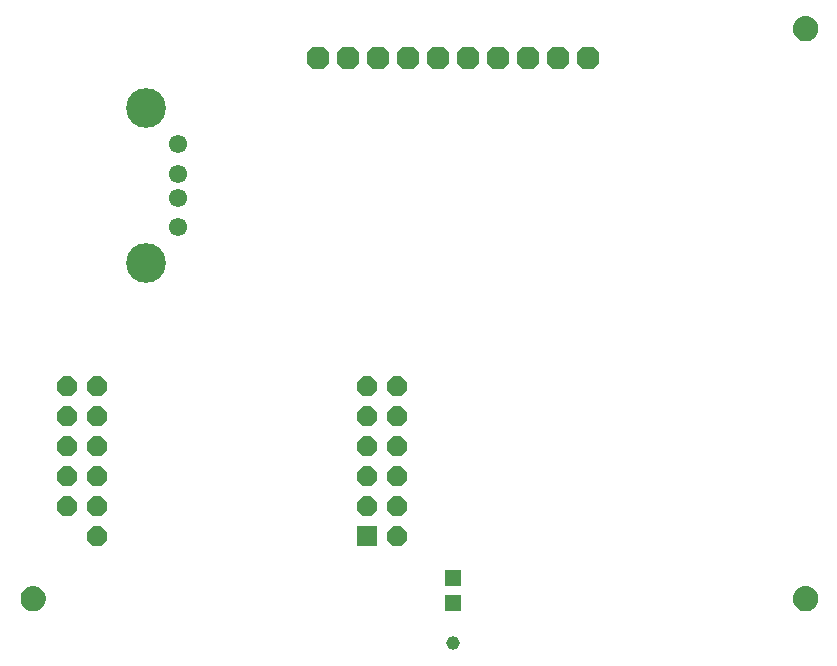
<source format=gbr>
G04 EAGLE Gerber RS-274X export*
G75*
%MOMM*%
%FSLAX34Y34*%
%LPD*%
%INSoldermask Top*%
%IPPOS*%
%AMOC8*
5,1,8,0,0,1.08239X$1,22.5*%
G01*
%ADD10R,1.352400X1.352400*%
%ADD11C,1.152400*%
%ADD12P,2.089446X8X112.500000*%
%ADD13P,1.814519X8X112.500000*%
%ADD14R,1.676400X1.676400*%
%ADD15C,1.552400*%
%ADD16C,3.372400*%
%ADD17C,0.609600*%
%ADD18C,1.168400*%


D10*
X374650Y35900D03*
X374650Y14900D03*
D11*
X374650Y-19050D03*
D12*
X260350Y476250D03*
X285750Y476250D03*
X311150Y476250D03*
X336550Y476250D03*
X361950Y476250D03*
X387350Y476250D03*
X412750Y476250D03*
X438150Y476250D03*
X463550Y476250D03*
X488950Y476250D03*
D13*
X73400Y71800D03*
X48000Y97200D03*
X73400Y97200D03*
X48000Y122600D03*
X73400Y122600D03*
X48000Y148000D03*
X73400Y148000D03*
X48000Y173400D03*
X73400Y173400D03*
X48000Y198800D03*
X73400Y198800D03*
D14*
X302000Y71800D03*
D13*
X327400Y71800D03*
X302000Y97200D03*
X327400Y97200D03*
X302000Y122600D03*
X327400Y122600D03*
X302000Y148000D03*
X327400Y148000D03*
X302000Y173400D03*
X327400Y173400D03*
X302000Y198800D03*
X327400Y198800D03*
D15*
X142600Y333300D03*
X142600Y358300D03*
X142600Y378300D03*
X142600Y403300D03*
D16*
X115499Y302600D03*
X115499Y434000D03*
D17*
X11430Y19050D02*
X11432Y19237D01*
X11439Y19424D01*
X11451Y19611D01*
X11467Y19797D01*
X11487Y19983D01*
X11512Y20168D01*
X11542Y20353D01*
X11576Y20537D01*
X11615Y20720D01*
X11658Y20902D01*
X11706Y21082D01*
X11758Y21262D01*
X11815Y21440D01*
X11875Y21617D01*
X11941Y21792D01*
X12010Y21966D01*
X12084Y22138D01*
X12162Y22308D01*
X12244Y22476D01*
X12330Y22642D01*
X12420Y22806D01*
X12514Y22967D01*
X12612Y23127D01*
X12714Y23283D01*
X12820Y23438D01*
X12930Y23589D01*
X13043Y23738D01*
X13160Y23884D01*
X13280Y24027D01*
X13404Y24167D01*
X13531Y24304D01*
X13662Y24438D01*
X13796Y24569D01*
X13933Y24696D01*
X14073Y24820D01*
X14216Y24940D01*
X14362Y25057D01*
X14511Y25170D01*
X14662Y25280D01*
X14817Y25386D01*
X14973Y25488D01*
X15133Y25586D01*
X15294Y25680D01*
X15458Y25770D01*
X15624Y25856D01*
X15792Y25938D01*
X15962Y26016D01*
X16134Y26090D01*
X16308Y26159D01*
X16483Y26225D01*
X16660Y26285D01*
X16838Y26342D01*
X17018Y26394D01*
X17198Y26442D01*
X17380Y26485D01*
X17563Y26524D01*
X17747Y26558D01*
X17932Y26588D01*
X18117Y26613D01*
X18303Y26633D01*
X18489Y26649D01*
X18676Y26661D01*
X18863Y26668D01*
X19050Y26670D01*
X19237Y26668D01*
X19424Y26661D01*
X19611Y26649D01*
X19797Y26633D01*
X19983Y26613D01*
X20168Y26588D01*
X20353Y26558D01*
X20537Y26524D01*
X20720Y26485D01*
X20902Y26442D01*
X21082Y26394D01*
X21262Y26342D01*
X21440Y26285D01*
X21617Y26225D01*
X21792Y26159D01*
X21966Y26090D01*
X22138Y26016D01*
X22308Y25938D01*
X22476Y25856D01*
X22642Y25770D01*
X22806Y25680D01*
X22967Y25586D01*
X23127Y25488D01*
X23283Y25386D01*
X23438Y25280D01*
X23589Y25170D01*
X23738Y25057D01*
X23884Y24940D01*
X24027Y24820D01*
X24167Y24696D01*
X24304Y24569D01*
X24438Y24438D01*
X24569Y24304D01*
X24696Y24167D01*
X24820Y24027D01*
X24940Y23884D01*
X25057Y23738D01*
X25170Y23589D01*
X25280Y23438D01*
X25386Y23283D01*
X25488Y23127D01*
X25586Y22967D01*
X25680Y22806D01*
X25770Y22642D01*
X25856Y22476D01*
X25938Y22308D01*
X26016Y22138D01*
X26090Y21966D01*
X26159Y21792D01*
X26225Y21617D01*
X26285Y21440D01*
X26342Y21262D01*
X26394Y21082D01*
X26442Y20902D01*
X26485Y20720D01*
X26524Y20537D01*
X26558Y20353D01*
X26588Y20168D01*
X26613Y19983D01*
X26633Y19797D01*
X26649Y19611D01*
X26661Y19424D01*
X26668Y19237D01*
X26670Y19050D01*
X26668Y18863D01*
X26661Y18676D01*
X26649Y18489D01*
X26633Y18303D01*
X26613Y18117D01*
X26588Y17932D01*
X26558Y17747D01*
X26524Y17563D01*
X26485Y17380D01*
X26442Y17198D01*
X26394Y17018D01*
X26342Y16838D01*
X26285Y16660D01*
X26225Y16483D01*
X26159Y16308D01*
X26090Y16134D01*
X26016Y15962D01*
X25938Y15792D01*
X25856Y15624D01*
X25770Y15458D01*
X25680Y15294D01*
X25586Y15133D01*
X25488Y14973D01*
X25386Y14817D01*
X25280Y14662D01*
X25170Y14511D01*
X25057Y14362D01*
X24940Y14216D01*
X24820Y14073D01*
X24696Y13933D01*
X24569Y13796D01*
X24438Y13662D01*
X24304Y13531D01*
X24167Y13404D01*
X24027Y13280D01*
X23884Y13160D01*
X23738Y13043D01*
X23589Y12930D01*
X23438Y12820D01*
X23283Y12714D01*
X23127Y12612D01*
X22967Y12514D01*
X22806Y12420D01*
X22642Y12330D01*
X22476Y12244D01*
X22308Y12162D01*
X22138Y12084D01*
X21966Y12010D01*
X21792Y11941D01*
X21617Y11875D01*
X21440Y11815D01*
X21262Y11758D01*
X21082Y11706D01*
X20902Y11658D01*
X20720Y11615D01*
X20537Y11576D01*
X20353Y11542D01*
X20168Y11512D01*
X19983Y11487D01*
X19797Y11467D01*
X19611Y11451D01*
X19424Y11439D01*
X19237Y11432D01*
X19050Y11430D01*
X18863Y11432D01*
X18676Y11439D01*
X18489Y11451D01*
X18303Y11467D01*
X18117Y11487D01*
X17932Y11512D01*
X17747Y11542D01*
X17563Y11576D01*
X17380Y11615D01*
X17198Y11658D01*
X17018Y11706D01*
X16838Y11758D01*
X16660Y11815D01*
X16483Y11875D01*
X16308Y11941D01*
X16134Y12010D01*
X15962Y12084D01*
X15792Y12162D01*
X15624Y12244D01*
X15458Y12330D01*
X15294Y12420D01*
X15133Y12514D01*
X14973Y12612D01*
X14817Y12714D01*
X14662Y12820D01*
X14511Y12930D01*
X14362Y13043D01*
X14216Y13160D01*
X14073Y13280D01*
X13933Y13404D01*
X13796Y13531D01*
X13662Y13662D01*
X13531Y13796D01*
X13404Y13933D01*
X13280Y14073D01*
X13160Y14216D01*
X13043Y14362D01*
X12930Y14511D01*
X12820Y14662D01*
X12714Y14817D01*
X12612Y14973D01*
X12514Y15133D01*
X12420Y15294D01*
X12330Y15458D01*
X12244Y15624D01*
X12162Y15792D01*
X12084Y15962D01*
X12010Y16134D01*
X11941Y16308D01*
X11875Y16483D01*
X11815Y16660D01*
X11758Y16838D01*
X11706Y17018D01*
X11658Y17198D01*
X11615Y17380D01*
X11576Y17563D01*
X11542Y17747D01*
X11512Y17932D01*
X11487Y18117D01*
X11467Y18303D01*
X11451Y18489D01*
X11439Y18676D01*
X11432Y18863D01*
X11430Y19050D01*
D18*
X19050Y19050D03*
D17*
X665480Y19050D02*
X665482Y19237D01*
X665489Y19424D01*
X665501Y19611D01*
X665517Y19797D01*
X665537Y19983D01*
X665562Y20168D01*
X665592Y20353D01*
X665626Y20537D01*
X665665Y20720D01*
X665708Y20902D01*
X665756Y21082D01*
X665808Y21262D01*
X665865Y21440D01*
X665925Y21617D01*
X665991Y21792D01*
X666060Y21966D01*
X666134Y22138D01*
X666212Y22308D01*
X666294Y22476D01*
X666380Y22642D01*
X666470Y22806D01*
X666564Y22967D01*
X666662Y23127D01*
X666764Y23283D01*
X666870Y23438D01*
X666980Y23589D01*
X667093Y23738D01*
X667210Y23884D01*
X667330Y24027D01*
X667454Y24167D01*
X667581Y24304D01*
X667712Y24438D01*
X667846Y24569D01*
X667983Y24696D01*
X668123Y24820D01*
X668266Y24940D01*
X668412Y25057D01*
X668561Y25170D01*
X668712Y25280D01*
X668867Y25386D01*
X669023Y25488D01*
X669183Y25586D01*
X669344Y25680D01*
X669508Y25770D01*
X669674Y25856D01*
X669842Y25938D01*
X670012Y26016D01*
X670184Y26090D01*
X670358Y26159D01*
X670533Y26225D01*
X670710Y26285D01*
X670888Y26342D01*
X671068Y26394D01*
X671248Y26442D01*
X671430Y26485D01*
X671613Y26524D01*
X671797Y26558D01*
X671982Y26588D01*
X672167Y26613D01*
X672353Y26633D01*
X672539Y26649D01*
X672726Y26661D01*
X672913Y26668D01*
X673100Y26670D01*
X673287Y26668D01*
X673474Y26661D01*
X673661Y26649D01*
X673847Y26633D01*
X674033Y26613D01*
X674218Y26588D01*
X674403Y26558D01*
X674587Y26524D01*
X674770Y26485D01*
X674952Y26442D01*
X675132Y26394D01*
X675312Y26342D01*
X675490Y26285D01*
X675667Y26225D01*
X675842Y26159D01*
X676016Y26090D01*
X676188Y26016D01*
X676358Y25938D01*
X676526Y25856D01*
X676692Y25770D01*
X676856Y25680D01*
X677017Y25586D01*
X677177Y25488D01*
X677333Y25386D01*
X677488Y25280D01*
X677639Y25170D01*
X677788Y25057D01*
X677934Y24940D01*
X678077Y24820D01*
X678217Y24696D01*
X678354Y24569D01*
X678488Y24438D01*
X678619Y24304D01*
X678746Y24167D01*
X678870Y24027D01*
X678990Y23884D01*
X679107Y23738D01*
X679220Y23589D01*
X679330Y23438D01*
X679436Y23283D01*
X679538Y23127D01*
X679636Y22967D01*
X679730Y22806D01*
X679820Y22642D01*
X679906Y22476D01*
X679988Y22308D01*
X680066Y22138D01*
X680140Y21966D01*
X680209Y21792D01*
X680275Y21617D01*
X680335Y21440D01*
X680392Y21262D01*
X680444Y21082D01*
X680492Y20902D01*
X680535Y20720D01*
X680574Y20537D01*
X680608Y20353D01*
X680638Y20168D01*
X680663Y19983D01*
X680683Y19797D01*
X680699Y19611D01*
X680711Y19424D01*
X680718Y19237D01*
X680720Y19050D01*
X680718Y18863D01*
X680711Y18676D01*
X680699Y18489D01*
X680683Y18303D01*
X680663Y18117D01*
X680638Y17932D01*
X680608Y17747D01*
X680574Y17563D01*
X680535Y17380D01*
X680492Y17198D01*
X680444Y17018D01*
X680392Y16838D01*
X680335Y16660D01*
X680275Y16483D01*
X680209Y16308D01*
X680140Y16134D01*
X680066Y15962D01*
X679988Y15792D01*
X679906Y15624D01*
X679820Y15458D01*
X679730Y15294D01*
X679636Y15133D01*
X679538Y14973D01*
X679436Y14817D01*
X679330Y14662D01*
X679220Y14511D01*
X679107Y14362D01*
X678990Y14216D01*
X678870Y14073D01*
X678746Y13933D01*
X678619Y13796D01*
X678488Y13662D01*
X678354Y13531D01*
X678217Y13404D01*
X678077Y13280D01*
X677934Y13160D01*
X677788Y13043D01*
X677639Y12930D01*
X677488Y12820D01*
X677333Y12714D01*
X677177Y12612D01*
X677017Y12514D01*
X676856Y12420D01*
X676692Y12330D01*
X676526Y12244D01*
X676358Y12162D01*
X676188Y12084D01*
X676016Y12010D01*
X675842Y11941D01*
X675667Y11875D01*
X675490Y11815D01*
X675312Y11758D01*
X675132Y11706D01*
X674952Y11658D01*
X674770Y11615D01*
X674587Y11576D01*
X674403Y11542D01*
X674218Y11512D01*
X674033Y11487D01*
X673847Y11467D01*
X673661Y11451D01*
X673474Y11439D01*
X673287Y11432D01*
X673100Y11430D01*
X672913Y11432D01*
X672726Y11439D01*
X672539Y11451D01*
X672353Y11467D01*
X672167Y11487D01*
X671982Y11512D01*
X671797Y11542D01*
X671613Y11576D01*
X671430Y11615D01*
X671248Y11658D01*
X671068Y11706D01*
X670888Y11758D01*
X670710Y11815D01*
X670533Y11875D01*
X670358Y11941D01*
X670184Y12010D01*
X670012Y12084D01*
X669842Y12162D01*
X669674Y12244D01*
X669508Y12330D01*
X669344Y12420D01*
X669183Y12514D01*
X669023Y12612D01*
X668867Y12714D01*
X668712Y12820D01*
X668561Y12930D01*
X668412Y13043D01*
X668266Y13160D01*
X668123Y13280D01*
X667983Y13404D01*
X667846Y13531D01*
X667712Y13662D01*
X667581Y13796D01*
X667454Y13933D01*
X667330Y14073D01*
X667210Y14216D01*
X667093Y14362D01*
X666980Y14511D01*
X666870Y14662D01*
X666764Y14817D01*
X666662Y14973D01*
X666564Y15133D01*
X666470Y15294D01*
X666380Y15458D01*
X666294Y15624D01*
X666212Y15792D01*
X666134Y15962D01*
X666060Y16134D01*
X665991Y16308D01*
X665925Y16483D01*
X665865Y16660D01*
X665808Y16838D01*
X665756Y17018D01*
X665708Y17198D01*
X665665Y17380D01*
X665626Y17563D01*
X665592Y17747D01*
X665562Y17932D01*
X665537Y18117D01*
X665517Y18303D01*
X665501Y18489D01*
X665489Y18676D01*
X665482Y18863D01*
X665480Y19050D01*
D18*
X673100Y19050D03*
D17*
X665480Y501650D02*
X665482Y501837D01*
X665489Y502024D01*
X665501Y502211D01*
X665517Y502397D01*
X665537Y502583D01*
X665562Y502768D01*
X665592Y502953D01*
X665626Y503137D01*
X665665Y503320D01*
X665708Y503502D01*
X665756Y503682D01*
X665808Y503862D01*
X665865Y504040D01*
X665925Y504217D01*
X665991Y504392D01*
X666060Y504566D01*
X666134Y504738D01*
X666212Y504908D01*
X666294Y505076D01*
X666380Y505242D01*
X666470Y505406D01*
X666564Y505567D01*
X666662Y505727D01*
X666764Y505883D01*
X666870Y506038D01*
X666980Y506189D01*
X667093Y506338D01*
X667210Y506484D01*
X667330Y506627D01*
X667454Y506767D01*
X667581Y506904D01*
X667712Y507038D01*
X667846Y507169D01*
X667983Y507296D01*
X668123Y507420D01*
X668266Y507540D01*
X668412Y507657D01*
X668561Y507770D01*
X668712Y507880D01*
X668867Y507986D01*
X669023Y508088D01*
X669183Y508186D01*
X669344Y508280D01*
X669508Y508370D01*
X669674Y508456D01*
X669842Y508538D01*
X670012Y508616D01*
X670184Y508690D01*
X670358Y508759D01*
X670533Y508825D01*
X670710Y508885D01*
X670888Y508942D01*
X671068Y508994D01*
X671248Y509042D01*
X671430Y509085D01*
X671613Y509124D01*
X671797Y509158D01*
X671982Y509188D01*
X672167Y509213D01*
X672353Y509233D01*
X672539Y509249D01*
X672726Y509261D01*
X672913Y509268D01*
X673100Y509270D01*
X673287Y509268D01*
X673474Y509261D01*
X673661Y509249D01*
X673847Y509233D01*
X674033Y509213D01*
X674218Y509188D01*
X674403Y509158D01*
X674587Y509124D01*
X674770Y509085D01*
X674952Y509042D01*
X675132Y508994D01*
X675312Y508942D01*
X675490Y508885D01*
X675667Y508825D01*
X675842Y508759D01*
X676016Y508690D01*
X676188Y508616D01*
X676358Y508538D01*
X676526Y508456D01*
X676692Y508370D01*
X676856Y508280D01*
X677017Y508186D01*
X677177Y508088D01*
X677333Y507986D01*
X677488Y507880D01*
X677639Y507770D01*
X677788Y507657D01*
X677934Y507540D01*
X678077Y507420D01*
X678217Y507296D01*
X678354Y507169D01*
X678488Y507038D01*
X678619Y506904D01*
X678746Y506767D01*
X678870Y506627D01*
X678990Y506484D01*
X679107Y506338D01*
X679220Y506189D01*
X679330Y506038D01*
X679436Y505883D01*
X679538Y505727D01*
X679636Y505567D01*
X679730Y505406D01*
X679820Y505242D01*
X679906Y505076D01*
X679988Y504908D01*
X680066Y504738D01*
X680140Y504566D01*
X680209Y504392D01*
X680275Y504217D01*
X680335Y504040D01*
X680392Y503862D01*
X680444Y503682D01*
X680492Y503502D01*
X680535Y503320D01*
X680574Y503137D01*
X680608Y502953D01*
X680638Y502768D01*
X680663Y502583D01*
X680683Y502397D01*
X680699Y502211D01*
X680711Y502024D01*
X680718Y501837D01*
X680720Y501650D01*
X680718Y501463D01*
X680711Y501276D01*
X680699Y501089D01*
X680683Y500903D01*
X680663Y500717D01*
X680638Y500532D01*
X680608Y500347D01*
X680574Y500163D01*
X680535Y499980D01*
X680492Y499798D01*
X680444Y499618D01*
X680392Y499438D01*
X680335Y499260D01*
X680275Y499083D01*
X680209Y498908D01*
X680140Y498734D01*
X680066Y498562D01*
X679988Y498392D01*
X679906Y498224D01*
X679820Y498058D01*
X679730Y497894D01*
X679636Y497733D01*
X679538Y497573D01*
X679436Y497417D01*
X679330Y497262D01*
X679220Y497111D01*
X679107Y496962D01*
X678990Y496816D01*
X678870Y496673D01*
X678746Y496533D01*
X678619Y496396D01*
X678488Y496262D01*
X678354Y496131D01*
X678217Y496004D01*
X678077Y495880D01*
X677934Y495760D01*
X677788Y495643D01*
X677639Y495530D01*
X677488Y495420D01*
X677333Y495314D01*
X677177Y495212D01*
X677017Y495114D01*
X676856Y495020D01*
X676692Y494930D01*
X676526Y494844D01*
X676358Y494762D01*
X676188Y494684D01*
X676016Y494610D01*
X675842Y494541D01*
X675667Y494475D01*
X675490Y494415D01*
X675312Y494358D01*
X675132Y494306D01*
X674952Y494258D01*
X674770Y494215D01*
X674587Y494176D01*
X674403Y494142D01*
X674218Y494112D01*
X674033Y494087D01*
X673847Y494067D01*
X673661Y494051D01*
X673474Y494039D01*
X673287Y494032D01*
X673100Y494030D01*
X672913Y494032D01*
X672726Y494039D01*
X672539Y494051D01*
X672353Y494067D01*
X672167Y494087D01*
X671982Y494112D01*
X671797Y494142D01*
X671613Y494176D01*
X671430Y494215D01*
X671248Y494258D01*
X671068Y494306D01*
X670888Y494358D01*
X670710Y494415D01*
X670533Y494475D01*
X670358Y494541D01*
X670184Y494610D01*
X670012Y494684D01*
X669842Y494762D01*
X669674Y494844D01*
X669508Y494930D01*
X669344Y495020D01*
X669183Y495114D01*
X669023Y495212D01*
X668867Y495314D01*
X668712Y495420D01*
X668561Y495530D01*
X668412Y495643D01*
X668266Y495760D01*
X668123Y495880D01*
X667983Y496004D01*
X667846Y496131D01*
X667712Y496262D01*
X667581Y496396D01*
X667454Y496533D01*
X667330Y496673D01*
X667210Y496816D01*
X667093Y496962D01*
X666980Y497111D01*
X666870Y497262D01*
X666764Y497417D01*
X666662Y497573D01*
X666564Y497733D01*
X666470Y497894D01*
X666380Y498058D01*
X666294Y498224D01*
X666212Y498392D01*
X666134Y498562D01*
X666060Y498734D01*
X665991Y498908D01*
X665925Y499083D01*
X665865Y499260D01*
X665808Y499438D01*
X665756Y499618D01*
X665708Y499798D01*
X665665Y499980D01*
X665626Y500163D01*
X665592Y500347D01*
X665562Y500532D01*
X665537Y500717D01*
X665517Y500903D01*
X665501Y501089D01*
X665489Y501276D01*
X665482Y501463D01*
X665480Y501650D01*
D18*
X673100Y501650D03*
D17*
X11430Y19050D02*
X11432Y19237D01*
X11439Y19424D01*
X11451Y19611D01*
X11467Y19797D01*
X11487Y19983D01*
X11512Y20168D01*
X11542Y20353D01*
X11576Y20537D01*
X11615Y20720D01*
X11658Y20902D01*
X11706Y21082D01*
X11758Y21262D01*
X11815Y21440D01*
X11875Y21617D01*
X11941Y21792D01*
X12010Y21966D01*
X12084Y22138D01*
X12162Y22308D01*
X12244Y22476D01*
X12330Y22642D01*
X12420Y22806D01*
X12514Y22967D01*
X12612Y23127D01*
X12714Y23283D01*
X12820Y23438D01*
X12930Y23589D01*
X13043Y23738D01*
X13160Y23884D01*
X13280Y24027D01*
X13404Y24167D01*
X13531Y24304D01*
X13662Y24438D01*
X13796Y24569D01*
X13933Y24696D01*
X14073Y24820D01*
X14216Y24940D01*
X14362Y25057D01*
X14511Y25170D01*
X14662Y25280D01*
X14817Y25386D01*
X14973Y25488D01*
X15133Y25586D01*
X15294Y25680D01*
X15458Y25770D01*
X15624Y25856D01*
X15792Y25938D01*
X15962Y26016D01*
X16134Y26090D01*
X16308Y26159D01*
X16483Y26225D01*
X16660Y26285D01*
X16838Y26342D01*
X17018Y26394D01*
X17198Y26442D01*
X17380Y26485D01*
X17563Y26524D01*
X17747Y26558D01*
X17932Y26588D01*
X18117Y26613D01*
X18303Y26633D01*
X18489Y26649D01*
X18676Y26661D01*
X18863Y26668D01*
X19050Y26670D01*
X19237Y26668D01*
X19424Y26661D01*
X19611Y26649D01*
X19797Y26633D01*
X19983Y26613D01*
X20168Y26588D01*
X20353Y26558D01*
X20537Y26524D01*
X20720Y26485D01*
X20902Y26442D01*
X21082Y26394D01*
X21262Y26342D01*
X21440Y26285D01*
X21617Y26225D01*
X21792Y26159D01*
X21966Y26090D01*
X22138Y26016D01*
X22308Y25938D01*
X22476Y25856D01*
X22642Y25770D01*
X22806Y25680D01*
X22967Y25586D01*
X23127Y25488D01*
X23283Y25386D01*
X23438Y25280D01*
X23589Y25170D01*
X23738Y25057D01*
X23884Y24940D01*
X24027Y24820D01*
X24167Y24696D01*
X24304Y24569D01*
X24438Y24438D01*
X24569Y24304D01*
X24696Y24167D01*
X24820Y24027D01*
X24940Y23884D01*
X25057Y23738D01*
X25170Y23589D01*
X25280Y23438D01*
X25386Y23283D01*
X25488Y23127D01*
X25586Y22967D01*
X25680Y22806D01*
X25770Y22642D01*
X25856Y22476D01*
X25938Y22308D01*
X26016Y22138D01*
X26090Y21966D01*
X26159Y21792D01*
X26225Y21617D01*
X26285Y21440D01*
X26342Y21262D01*
X26394Y21082D01*
X26442Y20902D01*
X26485Y20720D01*
X26524Y20537D01*
X26558Y20353D01*
X26588Y20168D01*
X26613Y19983D01*
X26633Y19797D01*
X26649Y19611D01*
X26661Y19424D01*
X26668Y19237D01*
X26670Y19050D01*
X26668Y18863D01*
X26661Y18676D01*
X26649Y18489D01*
X26633Y18303D01*
X26613Y18117D01*
X26588Y17932D01*
X26558Y17747D01*
X26524Y17563D01*
X26485Y17380D01*
X26442Y17198D01*
X26394Y17018D01*
X26342Y16838D01*
X26285Y16660D01*
X26225Y16483D01*
X26159Y16308D01*
X26090Y16134D01*
X26016Y15962D01*
X25938Y15792D01*
X25856Y15624D01*
X25770Y15458D01*
X25680Y15294D01*
X25586Y15133D01*
X25488Y14973D01*
X25386Y14817D01*
X25280Y14662D01*
X25170Y14511D01*
X25057Y14362D01*
X24940Y14216D01*
X24820Y14073D01*
X24696Y13933D01*
X24569Y13796D01*
X24438Y13662D01*
X24304Y13531D01*
X24167Y13404D01*
X24027Y13280D01*
X23884Y13160D01*
X23738Y13043D01*
X23589Y12930D01*
X23438Y12820D01*
X23283Y12714D01*
X23127Y12612D01*
X22967Y12514D01*
X22806Y12420D01*
X22642Y12330D01*
X22476Y12244D01*
X22308Y12162D01*
X22138Y12084D01*
X21966Y12010D01*
X21792Y11941D01*
X21617Y11875D01*
X21440Y11815D01*
X21262Y11758D01*
X21082Y11706D01*
X20902Y11658D01*
X20720Y11615D01*
X20537Y11576D01*
X20353Y11542D01*
X20168Y11512D01*
X19983Y11487D01*
X19797Y11467D01*
X19611Y11451D01*
X19424Y11439D01*
X19237Y11432D01*
X19050Y11430D01*
X18863Y11432D01*
X18676Y11439D01*
X18489Y11451D01*
X18303Y11467D01*
X18117Y11487D01*
X17932Y11512D01*
X17747Y11542D01*
X17563Y11576D01*
X17380Y11615D01*
X17198Y11658D01*
X17018Y11706D01*
X16838Y11758D01*
X16660Y11815D01*
X16483Y11875D01*
X16308Y11941D01*
X16134Y12010D01*
X15962Y12084D01*
X15792Y12162D01*
X15624Y12244D01*
X15458Y12330D01*
X15294Y12420D01*
X15133Y12514D01*
X14973Y12612D01*
X14817Y12714D01*
X14662Y12820D01*
X14511Y12930D01*
X14362Y13043D01*
X14216Y13160D01*
X14073Y13280D01*
X13933Y13404D01*
X13796Y13531D01*
X13662Y13662D01*
X13531Y13796D01*
X13404Y13933D01*
X13280Y14073D01*
X13160Y14216D01*
X13043Y14362D01*
X12930Y14511D01*
X12820Y14662D01*
X12714Y14817D01*
X12612Y14973D01*
X12514Y15133D01*
X12420Y15294D01*
X12330Y15458D01*
X12244Y15624D01*
X12162Y15792D01*
X12084Y15962D01*
X12010Y16134D01*
X11941Y16308D01*
X11875Y16483D01*
X11815Y16660D01*
X11758Y16838D01*
X11706Y17018D01*
X11658Y17198D01*
X11615Y17380D01*
X11576Y17563D01*
X11542Y17747D01*
X11512Y17932D01*
X11487Y18117D01*
X11467Y18303D01*
X11451Y18489D01*
X11439Y18676D01*
X11432Y18863D01*
X11430Y19050D01*
D18*
X19050Y19050D03*
D17*
X665480Y19050D02*
X665482Y19237D01*
X665489Y19424D01*
X665501Y19611D01*
X665517Y19797D01*
X665537Y19983D01*
X665562Y20168D01*
X665592Y20353D01*
X665626Y20537D01*
X665665Y20720D01*
X665708Y20902D01*
X665756Y21082D01*
X665808Y21262D01*
X665865Y21440D01*
X665925Y21617D01*
X665991Y21792D01*
X666060Y21966D01*
X666134Y22138D01*
X666212Y22308D01*
X666294Y22476D01*
X666380Y22642D01*
X666470Y22806D01*
X666564Y22967D01*
X666662Y23127D01*
X666764Y23283D01*
X666870Y23438D01*
X666980Y23589D01*
X667093Y23738D01*
X667210Y23884D01*
X667330Y24027D01*
X667454Y24167D01*
X667581Y24304D01*
X667712Y24438D01*
X667846Y24569D01*
X667983Y24696D01*
X668123Y24820D01*
X668266Y24940D01*
X668412Y25057D01*
X668561Y25170D01*
X668712Y25280D01*
X668867Y25386D01*
X669023Y25488D01*
X669183Y25586D01*
X669344Y25680D01*
X669508Y25770D01*
X669674Y25856D01*
X669842Y25938D01*
X670012Y26016D01*
X670184Y26090D01*
X670358Y26159D01*
X670533Y26225D01*
X670710Y26285D01*
X670888Y26342D01*
X671068Y26394D01*
X671248Y26442D01*
X671430Y26485D01*
X671613Y26524D01*
X671797Y26558D01*
X671982Y26588D01*
X672167Y26613D01*
X672353Y26633D01*
X672539Y26649D01*
X672726Y26661D01*
X672913Y26668D01*
X673100Y26670D01*
X673287Y26668D01*
X673474Y26661D01*
X673661Y26649D01*
X673847Y26633D01*
X674033Y26613D01*
X674218Y26588D01*
X674403Y26558D01*
X674587Y26524D01*
X674770Y26485D01*
X674952Y26442D01*
X675132Y26394D01*
X675312Y26342D01*
X675490Y26285D01*
X675667Y26225D01*
X675842Y26159D01*
X676016Y26090D01*
X676188Y26016D01*
X676358Y25938D01*
X676526Y25856D01*
X676692Y25770D01*
X676856Y25680D01*
X677017Y25586D01*
X677177Y25488D01*
X677333Y25386D01*
X677488Y25280D01*
X677639Y25170D01*
X677788Y25057D01*
X677934Y24940D01*
X678077Y24820D01*
X678217Y24696D01*
X678354Y24569D01*
X678488Y24438D01*
X678619Y24304D01*
X678746Y24167D01*
X678870Y24027D01*
X678990Y23884D01*
X679107Y23738D01*
X679220Y23589D01*
X679330Y23438D01*
X679436Y23283D01*
X679538Y23127D01*
X679636Y22967D01*
X679730Y22806D01*
X679820Y22642D01*
X679906Y22476D01*
X679988Y22308D01*
X680066Y22138D01*
X680140Y21966D01*
X680209Y21792D01*
X680275Y21617D01*
X680335Y21440D01*
X680392Y21262D01*
X680444Y21082D01*
X680492Y20902D01*
X680535Y20720D01*
X680574Y20537D01*
X680608Y20353D01*
X680638Y20168D01*
X680663Y19983D01*
X680683Y19797D01*
X680699Y19611D01*
X680711Y19424D01*
X680718Y19237D01*
X680720Y19050D01*
X680718Y18863D01*
X680711Y18676D01*
X680699Y18489D01*
X680683Y18303D01*
X680663Y18117D01*
X680638Y17932D01*
X680608Y17747D01*
X680574Y17563D01*
X680535Y17380D01*
X680492Y17198D01*
X680444Y17018D01*
X680392Y16838D01*
X680335Y16660D01*
X680275Y16483D01*
X680209Y16308D01*
X680140Y16134D01*
X680066Y15962D01*
X679988Y15792D01*
X679906Y15624D01*
X679820Y15458D01*
X679730Y15294D01*
X679636Y15133D01*
X679538Y14973D01*
X679436Y14817D01*
X679330Y14662D01*
X679220Y14511D01*
X679107Y14362D01*
X678990Y14216D01*
X678870Y14073D01*
X678746Y13933D01*
X678619Y13796D01*
X678488Y13662D01*
X678354Y13531D01*
X678217Y13404D01*
X678077Y13280D01*
X677934Y13160D01*
X677788Y13043D01*
X677639Y12930D01*
X677488Y12820D01*
X677333Y12714D01*
X677177Y12612D01*
X677017Y12514D01*
X676856Y12420D01*
X676692Y12330D01*
X676526Y12244D01*
X676358Y12162D01*
X676188Y12084D01*
X676016Y12010D01*
X675842Y11941D01*
X675667Y11875D01*
X675490Y11815D01*
X675312Y11758D01*
X675132Y11706D01*
X674952Y11658D01*
X674770Y11615D01*
X674587Y11576D01*
X674403Y11542D01*
X674218Y11512D01*
X674033Y11487D01*
X673847Y11467D01*
X673661Y11451D01*
X673474Y11439D01*
X673287Y11432D01*
X673100Y11430D01*
X672913Y11432D01*
X672726Y11439D01*
X672539Y11451D01*
X672353Y11467D01*
X672167Y11487D01*
X671982Y11512D01*
X671797Y11542D01*
X671613Y11576D01*
X671430Y11615D01*
X671248Y11658D01*
X671068Y11706D01*
X670888Y11758D01*
X670710Y11815D01*
X670533Y11875D01*
X670358Y11941D01*
X670184Y12010D01*
X670012Y12084D01*
X669842Y12162D01*
X669674Y12244D01*
X669508Y12330D01*
X669344Y12420D01*
X669183Y12514D01*
X669023Y12612D01*
X668867Y12714D01*
X668712Y12820D01*
X668561Y12930D01*
X668412Y13043D01*
X668266Y13160D01*
X668123Y13280D01*
X667983Y13404D01*
X667846Y13531D01*
X667712Y13662D01*
X667581Y13796D01*
X667454Y13933D01*
X667330Y14073D01*
X667210Y14216D01*
X667093Y14362D01*
X666980Y14511D01*
X666870Y14662D01*
X666764Y14817D01*
X666662Y14973D01*
X666564Y15133D01*
X666470Y15294D01*
X666380Y15458D01*
X666294Y15624D01*
X666212Y15792D01*
X666134Y15962D01*
X666060Y16134D01*
X665991Y16308D01*
X665925Y16483D01*
X665865Y16660D01*
X665808Y16838D01*
X665756Y17018D01*
X665708Y17198D01*
X665665Y17380D01*
X665626Y17563D01*
X665592Y17747D01*
X665562Y17932D01*
X665537Y18117D01*
X665517Y18303D01*
X665501Y18489D01*
X665489Y18676D01*
X665482Y18863D01*
X665480Y19050D01*
D18*
X673100Y19050D03*
D17*
X665480Y501650D02*
X665482Y501837D01*
X665489Y502024D01*
X665501Y502211D01*
X665517Y502397D01*
X665537Y502583D01*
X665562Y502768D01*
X665592Y502953D01*
X665626Y503137D01*
X665665Y503320D01*
X665708Y503502D01*
X665756Y503682D01*
X665808Y503862D01*
X665865Y504040D01*
X665925Y504217D01*
X665991Y504392D01*
X666060Y504566D01*
X666134Y504738D01*
X666212Y504908D01*
X666294Y505076D01*
X666380Y505242D01*
X666470Y505406D01*
X666564Y505567D01*
X666662Y505727D01*
X666764Y505883D01*
X666870Y506038D01*
X666980Y506189D01*
X667093Y506338D01*
X667210Y506484D01*
X667330Y506627D01*
X667454Y506767D01*
X667581Y506904D01*
X667712Y507038D01*
X667846Y507169D01*
X667983Y507296D01*
X668123Y507420D01*
X668266Y507540D01*
X668412Y507657D01*
X668561Y507770D01*
X668712Y507880D01*
X668867Y507986D01*
X669023Y508088D01*
X669183Y508186D01*
X669344Y508280D01*
X669508Y508370D01*
X669674Y508456D01*
X669842Y508538D01*
X670012Y508616D01*
X670184Y508690D01*
X670358Y508759D01*
X670533Y508825D01*
X670710Y508885D01*
X670888Y508942D01*
X671068Y508994D01*
X671248Y509042D01*
X671430Y509085D01*
X671613Y509124D01*
X671797Y509158D01*
X671982Y509188D01*
X672167Y509213D01*
X672353Y509233D01*
X672539Y509249D01*
X672726Y509261D01*
X672913Y509268D01*
X673100Y509270D01*
X673287Y509268D01*
X673474Y509261D01*
X673661Y509249D01*
X673847Y509233D01*
X674033Y509213D01*
X674218Y509188D01*
X674403Y509158D01*
X674587Y509124D01*
X674770Y509085D01*
X674952Y509042D01*
X675132Y508994D01*
X675312Y508942D01*
X675490Y508885D01*
X675667Y508825D01*
X675842Y508759D01*
X676016Y508690D01*
X676188Y508616D01*
X676358Y508538D01*
X676526Y508456D01*
X676692Y508370D01*
X676856Y508280D01*
X677017Y508186D01*
X677177Y508088D01*
X677333Y507986D01*
X677488Y507880D01*
X677639Y507770D01*
X677788Y507657D01*
X677934Y507540D01*
X678077Y507420D01*
X678217Y507296D01*
X678354Y507169D01*
X678488Y507038D01*
X678619Y506904D01*
X678746Y506767D01*
X678870Y506627D01*
X678990Y506484D01*
X679107Y506338D01*
X679220Y506189D01*
X679330Y506038D01*
X679436Y505883D01*
X679538Y505727D01*
X679636Y505567D01*
X679730Y505406D01*
X679820Y505242D01*
X679906Y505076D01*
X679988Y504908D01*
X680066Y504738D01*
X680140Y504566D01*
X680209Y504392D01*
X680275Y504217D01*
X680335Y504040D01*
X680392Y503862D01*
X680444Y503682D01*
X680492Y503502D01*
X680535Y503320D01*
X680574Y503137D01*
X680608Y502953D01*
X680638Y502768D01*
X680663Y502583D01*
X680683Y502397D01*
X680699Y502211D01*
X680711Y502024D01*
X680718Y501837D01*
X680720Y501650D01*
X680718Y501463D01*
X680711Y501276D01*
X680699Y501089D01*
X680683Y500903D01*
X680663Y500717D01*
X680638Y500532D01*
X680608Y500347D01*
X680574Y500163D01*
X680535Y499980D01*
X680492Y499798D01*
X680444Y499618D01*
X680392Y499438D01*
X680335Y499260D01*
X680275Y499083D01*
X680209Y498908D01*
X680140Y498734D01*
X680066Y498562D01*
X679988Y498392D01*
X679906Y498224D01*
X679820Y498058D01*
X679730Y497894D01*
X679636Y497733D01*
X679538Y497573D01*
X679436Y497417D01*
X679330Y497262D01*
X679220Y497111D01*
X679107Y496962D01*
X678990Y496816D01*
X678870Y496673D01*
X678746Y496533D01*
X678619Y496396D01*
X678488Y496262D01*
X678354Y496131D01*
X678217Y496004D01*
X678077Y495880D01*
X677934Y495760D01*
X677788Y495643D01*
X677639Y495530D01*
X677488Y495420D01*
X677333Y495314D01*
X677177Y495212D01*
X677017Y495114D01*
X676856Y495020D01*
X676692Y494930D01*
X676526Y494844D01*
X676358Y494762D01*
X676188Y494684D01*
X676016Y494610D01*
X675842Y494541D01*
X675667Y494475D01*
X675490Y494415D01*
X675312Y494358D01*
X675132Y494306D01*
X674952Y494258D01*
X674770Y494215D01*
X674587Y494176D01*
X674403Y494142D01*
X674218Y494112D01*
X674033Y494087D01*
X673847Y494067D01*
X673661Y494051D01*
X673474Y494039D01*
X673287Y494032D01*
X673100Y494030D01*
X672913Y494032D01*
X672726Y494039D01*
X672539Y494051D01*
X672353Y494067D01*
X672167Y494087D01*
X671982Y494112D01*
X671797Y494142D01*
X671613Y494176D01*
X671430Y494215D01*
X671248Y494258D01*
X671068Y494306D01*
X670888Y494358D01*
X670710Y494415D01*
X670533Y494475D01*
X670358Y494541D01*
X670184Y494610D01*
X670012Y494684D01*
X669842Y494762D01*
X669674Y494844D01*
X669508Y494930D01*
X669344Y495020D01*
X669183Y495114D01*
X669023Y495212D01*
X668867Y495314D01*
X668712Y495420D01*
X668561Y495530D01*
X668412Y495643D01*
X668266Y495760D01*
X668123Y495880D01*
X667983Y496004D01*
X667846Y496131D01*
X667712Y496262D01*
X667581Y496396D01*
X667454Y496533D01*
X667330Y496673D01*
X667210Y496816D01*
X667093Y496962D01*
X666980Y497111D01*
X666870Y497262D01*
X666764Y497417D01*
X666662Y497573D01*
X666564Y497733D01*
X666470Y497894D01*
X666380Y498058D01*
X666294Y498224D01*
X666212Y498392D01*
X666134Y498562D01*
X666060Y498734D01*
X665991Y498908D01*
X665925Y499083D01*
X665865Y499260D01*
X665808Y499438D01*
X665756Y499618D01*
X665708Y499798D01*
X665665Y499980D01*
X665626Y500163D01*
X665592Y500347D01*
X665562Y500532D01*
X665537Y500717D01*
X665517Y500903D01*
X665501Y501089D01*
X665489Y501276D01*
X665482Y501463D01*
X665480Y501650D01*
D18*
X673100Y501650D03*
M02*

</source>
